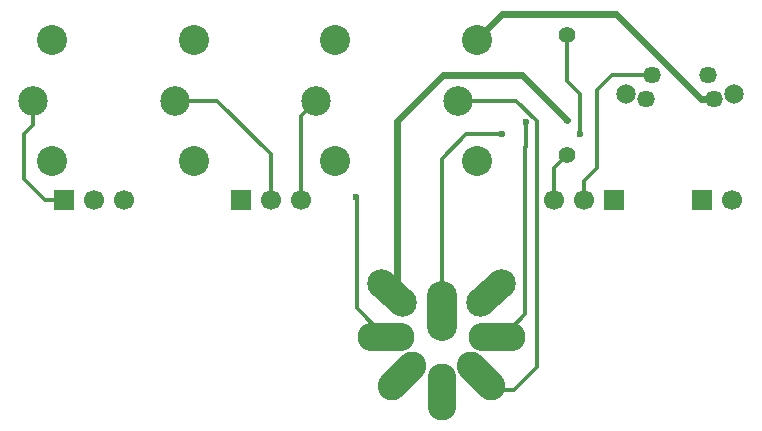
<source format=gbr>
%TF.GenerationSoftware,KiCad,Pcbnew,9.0.4*%
%TF.CreationDate,2025-09-13T13:09:21-04:00*%
%TF.ProjectId,C64-128AVS,4336342d-3132-4384-9156-532e6b696361,rev?*%
%TF.SameCoordinates,Original*%
%TF.FileFunction,Copper,L2,Bot*%
%TF.FilePolarity,Positive*%
%FSLAX46Y46*%
G04 Gerber Fmt 4.6, Leading zero omitted, Abs format (unit mm)*
G04 Created by KiCad (PCBNEW 9.0.4) date 2025-09-13 13:09:21*
%MOMM*%
%LPD*%
G01*
G04 APERTURE LIST*
G04 Aperture macros list*
%AMHorizOval*
0 Thick line with rounded ends*
0 $1 width*
0 $2 $3 position (X,Y) of the first rounded end (center of the circle)*
0 $4 $5 position (X,Y) of the second rounded end (center of the circle)*
0 Add line between two ends*
20,1,$1,$2,$3,$4,$5,0*
0 Add two circle primitives to create the rounded ends*
1,1,$1,$2,$3*
1,1,$1,$4,$5*%
G04 Aperture macros list end*
%TA.AperFunction,ComponentPad*%
%ADD10R,1.700000X1.700000*%
%TD*%
%TA.AperFunction,ComponentPad*%
%ADD11C,1.700000*%
%TD*%
%TA.AperFunction,ComponentPad*%
%ADD12C,1.397000*%
%TD*%
%TA.AperFunction,ComponentPad*%
%ADD13C,1.457200*%
%TD*%
%TA.AperFunction,ComponentPad*%
%ADD14C,1.657200*%
%TD*%
%TA.AperFunction,ComponentPad*%
%ADD15C,2.540000*%
%TD*%
%TA.AperFunction,ComponentPad*%
%ADD16C,2.500000*%
%TD*%
%TA.AperFunction,ComponentPad*%
%ADD17O,4.826000X2.413000*%
%TD*%
%TA.AperFunction,ComponentPad*%
%ADD18O,2.413000X4.826000*%
%TD*%
%TA.AperFunction,ComponentPad*%
%ADD19HorizOval,2.413000X0.853124X-0.853124X-0.853124X0.853124X0*%
%TD*%
%TA.AperFunction,ComponentPad*%
%ADD20HorizOval,2.413000X-0.853124X-0.853124X0.853124X0.853124X0*%
%TD*%
%TA.AperFunction,ComponentPad*%
%ADD21O,2.540000X5.080000*%
%TD*%
%TA.AperFunction,ComponentPad*%
%ADD22HorizOval,2.413000X0.896604X0.807306X-0.896604X-0.807306X0*%
%TD*%
%TA.AperFunction,ComponentPad*%
%ADD23HorizOval,2.413000X-0.896604X0.807306X0.896604X-0.807306X0*%
%TD*%
%TA.AperFunction,ViaPad*%
%ADD24C,0.600000*%
%TD*%
%TA.AperFunction,Conductor*%
%ADD25C,0.300000*%
%TD*%
%TA.AperFunction,Conductor*%
%ADD26C,0.304800*%
%TD*%
%TA.AperFunction,Conductor*%
%ADD27C,0.600000*%
%TD*%
%TA.AperFunction,Conductor*%
%ADD28C,0.609600*%
%TD*%
G04 APERTURE END LIST*
D10*
%TO.P,J7,1,Pin_1*%
%TO.N,ExtAudio*%
X128120001Y-104600000D03*
D11*
%TO.P,J7,2,Pin_2*%
%TO.N,AudioIN*%
X130660001Y-104600000D03*
%TO.P,J7,3,Pin_3*%
%TO.N,GND*%
X133200000Y-104600000D03*
%TD*%
D12*
%TO.P,R1,1,1*%
%TO.N,Chroma*%
X170700000Y-90600000D03*
%TO.P,R1,2,2*%
%TO.N,Net-(J9-Pin_3)*%
X170700000Y-100759998D03*
%TD*%
D10*
%TO.P,J8,1,Pin_1*%
%TO.N,AudioL*%
X143060000Y-104600000D03*
D11*
%TO.P,J8,2,Pin_2*%
X145600000Y-104600000D03*
%TO.P,J8,3,Pin_3*%
%TO.N,AudioR*%
X148139999Y-104600000D03*
%TD*%
D13*
%TO.P,J1,1,1*%
%TO.N,GND*%
X183166400Y-96005600D03*
%TO.P,J1,2,2*%
X177366400Y-96005600D03*
%TO.P,J1,3,3*%
%TO.N,Luma*%
X182666400Y-94005600D03*
%TO.P,J1,4,4*%
%TO.N,ChromaFix*%
X177866400Y-94005600D03*
D14*
%TO.P,J1,CS1,CS1*%
%TO.N,unconnected-(J1-PadCS1)*%
X184866400Y-95605600D03*
%TO.P,J1,CS2,CS2*%
%TO.N,unconnected-(J1-PadCS2)*%
X175666400Y-95605600D03*
%TD*%
D15*
%TO.P,J6,R1,R*%
%TO.N,GND*%
X163073750Y-101300000D03*
%TO.P,J6,R2,R*%
X163073750Y-91000000D03*
D16*
%TO.P,J6,T,T*%
%TO.N,Composite*%
X161473750Y-96150000D03*
%TD*%
D15*
%TO.P,J3,R1,R*%
%TO.N,GND*%
X127073750Y-101300000D03*
%TO.P,J3,R2,R*%
X127073750Y-91000000D03*
D16*
%TO.P,J3,T,T*%
%TO.N,ExtAudio*%
X125473750Y-96150000D03*
%TD*%
D11*
%TO.P,J10,2,Pin_2*%
%TO.N,GND*%
X184640000Y-104600000D03*
D10*
%TO.P,J10,1,Pin_1*%
%TO.N,5V*%
X182100000Y-104600000D03*
%TD*%
D15*
%TO.P,J5,R1,R*%
%TO.N,GND*%
X151073750Y-101300000D03*
%TO.P,J5,R2,R*%
X151073750Y-91000000D03*
D16*
%TO.P,J5,T,T*%
%TO.N,AudioR*%
X149473750Y-96150000D03*
%TD*%
D10*
%TO.P,J9,1,Pin_1*%
%TO.N,Chroma*%
X174663049Y-104600000D03*
D11*
%TO.P,J9,2,Pin_2*%
%TO.N,ChromaFix*%
X172123049Y-104600000D03*
%TO.P,J9,3,Pin_3*%
%TO.N,Net-(J9-Pin_3)*%
X169583050Y-104600000D03*
%TD*%
D15*
%TO.P,J4,R1,R*%
%TO.N,GND*%
X139073750Y-101300000D03*
%TO.P,J4,R2,R*%
X139073750Y-91000000D03*
D16*
%TO.P,J4,T,T*%
%TO.N,AudioL*%
X137473750Y-96150000D03*
%TD*%
D17*
%TO.P,J2,1,1*%
%TO.N,Luma*%
X164780250Y-116134400D03*
D18*
%TO.P,J2,2,2*%
%TO.N,GND*%
X160073750Y-120840900D03*
D17*
%TO.P,J2,3,3*%
%TO.N,AudioL*%
X155367250Y-116134400D03*
D19*
%TO.P,J2,4,4*%
%TO.N,Composite*%
X163396874Y-119457524D03*
D20*
%TO.P,J2,5,5*%
%TO.N,AudioIN*%
X156750626Y-119457524D03*
D21*
%TO.P,J2,6,6*%
%TO.N,Chroma*%
X160073750Y-113964400D03*
D22*
%TO.P,J2,7,7*%
%TO.N,AudioR*%
X164270354Y-112427094D03*
D23*
%TO.P,J2,8,8*%
%TO.N,5V*%
X155877146Y-112427094D03*
%TD*%
D24*
%TO.N,AudioL*%
X152800000Y-104300000D03*
%TO.N,Luma*%
X167200000Y-98000000D03*
%TO.N,Chroma*%
X165223800Y-99000000D03*
X171780200Y-99000000D03*
%TO.N,5V*%
X170700000Y-97800000D03*
%TD*%
D25*
%TO.N,Chroma*%
X162155650Y-99000000D02*
X160073750Y-101081900D01*
X160073750Y-101081900D02*
X160073750Y-115234400D01*
X165223800Y-99000000D02*
X162155650Y-99000000D01*
D26*
%TO.N,Luma*%
X165269050Y-116134400D02*
X163573750Y-116134400D01*
X167172650Y-114230800D02*
X165269050Y-116134400D01*
X167172650Y-100079000D02*
X167172650Y-114230800D01*
X167182800Y-100068850D02*
X167172650Y-100079000D01*
X167182800Y-98017200D02*
X167182800Y-100068850D01*
X167200000Y-98000000D02*
X167182800Y-98017200D01*
D25*
%TO.N,ExtAudio*%
X126500000Y-104600000D02*
X128120001Y-104600000D01*
X124700000Y-102800000D02*
X126500000Y-104600000D01*
X125473750Y-98226250D02*
X124700000Y-99000000D01*
X125473750Y-96150000D02*
X125473750Y-98226250D01*
X124700000Y-99000000D02*
X124700000Y-102800000D01*
D27*
%TO.N,5V*%
X156260800Y-112721450D02*
X156773750Y-113234400D01*
X156260800Y-97909850D02*
X156260800Y-112721450D01*
X160197800Y-93972850D02*
X156260800Y-97909850D01*
X166872850Y-93972850D02*
X160197800Y-93972850D01*
X170700000Y-97800000D02*
X166872850Y-93972850D01*
D25*
%TO.N,Chroma*%
X171780200Y-95580200D02*
X170700000Y-94500000D01*
X171780200Y-99000000D02*
X171780200Y-95580200D01*
X170700000Y-94500000D02*
X170700000Y-90600000D01*
%TO.N,AudioR*%
X148139999Y-97483751D02*
X148139999Y-104600000D01*
X149473750Y-96150000D02*
X148139999Y-97483751D01*
%TO.N,AudioL*%
X145600000Y-100700000D02*
X145600000Y-104600000D01*
X141050000Y-96150000D02*
X145600000Y-100700000D01*
X137473750Y-96150000D02*
X141050000Y-96150000D01*
%TO.N,Net-(J9-Pin_3)*%
X169583050Y-101876948D02*
X170700000Y-100759998D01*
X169583050Y-104929350D02*
X169583050Y-101876948D01*
D28*
%TO.N,GND*%
X182005600Y-96005600D02*
X183166400Y-96005600D01*
X174800000Y-88800000D02*
X182005600Y-96005600D01*
X163073750Y-90926250D02*
X165200000Y-88800000D01*
X163073750Y-91000000D02*
X163073750Y-90926250D01*
X165200000Y-88800000D02*
X174800000Y-88800000D01*
D25*
%TO.N,AudioL*%
X152882600Y-104382600D02*
X152800000Y-104300000D01*
X152882600Y-106842600D02*
X152882600Y-104382600D01*
%TO.N,GND*%
X132638801Y-104978200D02*
X132638801Y-104961199D01*
%TO.N,ChromaFix*%
X173228000Y-101872000D02*
X172123049Y-102976951D01*
X173228000Y-95272000D02*
X173228000Y-101872000D01*
X174494400Y-94005600D02*
X173228000Y-95272000D01*
X177866400Y-94005600D02*
X174494400Y-94005600D01*
X172123049Y-102976951D02*
X172123049Y-104929350D01*
%TO.N,Net-(J9-Pin_3)*%
X170700000Y-101300000D02*
X170600000Y-101300000D01*
D26*
%TO.N,Composite*%
X166388150Y-96150000D02*
X161473750Y-96150000D01*
X168122600Y-97884450D02*
X166388150Y-96150000D01*
X168122600Y-118680850D02*
X168122600Y-97884450D01*
X166172650Y-120630800D02*
X168122600Y-118680850D01*
X164570150Y-120630800D02*
X166172650Y-120630800D01*
X162543750Y-118604400D02*
X164570150Y-120630800D01*
D28*
%TO.N,GND*%
X138780000Y-101300000D02*
X139073750Y-101300000D01*
D26*
X150469600Y-101846850D02*
X150317200Y-101846850D01*
D28*
X160073750Y-119634400D02*
X160073750Y-121232688D01*
X160073750Y-121232688D02*
G75*
G02*
X159780873Y-121939811I-1000050J-12D01*
G01*
D26*
%TO.N,Luma*%
X166044975Y-115816900D02*
X163891250Y-115816900D01*
X163573750Y-116134400D02*
X163891250Y-115816900D01*
%TO.N,AudioL*%
X156573750Y-116134400D02*
X155276250Y-116134400D01*
X153398250Y-114256400D02*
X152958800Y-113816950D01*
X155276250Y-116134400D02*
X153398250Y-114256400D01*
%TO.N,Chroma*%
X160073750Y-115234400D02*
X160073750Y-113224863D01*
X160073750Y-113224863D02*
G75*
G03*
X159780849Y-112517764I-1000050J-37D01*
G01*
D25*
%TO.N,AudioL*%
X153398250Y-114256400D02*
X152882600Y-113740750D01*
X152882600Y-113740750D02*
X152882600Y-106842600D01*
%TD*%
M02*

</source>
